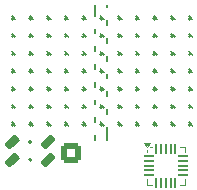
<source format=gbr>
%TF.GenerationSoftware,KiCad,Pcbnew,8.0.8*%
%TF.CreationDate,2025-02-26T00:32:30+01:00*%
%TF.ProjectId,matrixSAO,6d617472-6978-4534-914f-2e6b69636164,rev?*%
%TF.SameCoordinates,Original*%
%TF.FileFunction,Legend,Top*%
%TF.FilePolarity,Positive*%
%FSLAX46Y46*%
G04 Gerber Fmt 4.6, Leading zero omitted, Abs format (unit mm)*
G04 Created by KiCad (PCBNEW 8.0.8) date 2025-02-26 00:32:30*
%MOMM*%
%LPD*%
G01*
G04 APERTURE LIST*
G04 Aperture macros list*
%AMRoundRect*
0 Rectangle with rounded corners*
0 $1 Rounding radius*
0 $2 $3 $4 $5 $6 $7 $8 $9 X,Y pos of 4 corners*
0 Add a 4 corners polygon primitive as box body*
4,1,4,$2,$3,$4,$5,$6,$7,$8,$9,$2,$3,0*
0 Add four circle primitives for the rounded corners*
1,1,$1+$1,$2,$3*
1,1,$1+$1,$4,$5*
1,1,$1+$1,$6,$7*
1,1,$1+$1,$8,$9*
0 Add four rect primitives between the rounded corners*
20,1,$1+$1,$2,$3,$4,$5,0*
20,1,$1+$1,$4,$5,$6,$7,0*
20,1,$1+$1,$6,$7,$8,$9,0*
20,1,$1+$1,$8,$9,$2,$3,0*%
G04 Aperture macros list end*
%ADD10C,0.200000*%
%ADD11C,0.100000*%
%ADD12C,0.025000*%
%ADD13C,0.120000*%
%ADD14RoundRect,0.070000X-0.176777X-0.572756X0.572756X0.176777X0.176777X0.572756X-0.572756X-0.176777X0*%
%ADD15C,0.290000*%
%ADD16RoundRect,0.147500X-0.017678X0.226274X-0.226274X0.017678X0.017678X-0.226274X0.226274X-0.017678X0*%
%ADD17RoundRect,0.125000X-0.035355X0.212132X-0.212132X0.035355X0.035355X-0.212132X0.212132X-0.035355X0*%
%ADD18RoundRect,0.050000X-0.375000X-0.050000X0.375000X-0.050000X0.375000X0.050000X-0.375000X0.050000X0*%
%ADD19RoundRect,0.050000X-0.050000X-0.375000X0.050000X-0.375000X0.050000X0.375000X-0.050000X0.375000X0*%
%ADD20R,1.650000X1.650000*%
%ADD21RoundRect,0.250000X-0.600000X0.600000X-0.600000X-0.600000X0.600000X-0.600000X0.600000X0.600000X0*%
%ADD22C,1.700000*%
G04 APERTURE END LIST*
D10*
X78500000Y-126800000D02*
X78500000Y-125700000D01*
X78500000Y-120100000D02*
X78500000Y-119700000D01*
X78500000Y-121600000D02*
X78500000Y-121200000D01*
X77500000Y-116300000D02*
X77500000Y-115400000D01*
X78500000Y-118600000D02*
X78500000Y-118200000D01*
X77500000Y-122300000D02*
X77500000Y-121900000D01*
X78500000Y-115600000D02*
X78500000Y-115400000D01*
X77500000Y-117800000D02*
X77500000Y-117400000D01*
X77500000Y-123800000D02*
X77500000Y-123400000D01*
X77500000Y-126800000D02*
X77500000Y-126400000D01*
X78500000Y-123100000D02*
X78500000Y-122700000D01*
X78500000Y-124600000D02*
X78500000Y-124200000D01*
X78500000Y-117100000D02*
X78500000Y-116700000D01*
X77500000Y-119300000D02*
X77500000Y-118900000D01*
X77500000Y-120800000D02*
X77500000Y-120400000D01*
X77500000Y-125300000D02*
X77500000Y-124900000D01*
D11*
%TO.C,REF\u002A\u002A*%
X74030330Y-128323223D02*
X73323223Y-129030330D01*
X72969670Y-128676777D01*
X73676777Y-127969670D01*
X74030330Y-128323223D01*
G36*
X74030330Y-128323223D02*
G01*
X73323223Y-129030330D01*
X72969670Y-128676777D01*
X73676777Y-127969670D01*
X74030330Y-128323223D01*
G37*
X74030330Y-126823223D02*
X73323223Y-127530330D01*
X72969670Y-127176777D01*
X73676777Y-126469670D01*
X74030330Y-126823223D01*
G36*
X74030330Y-126823223D02*
G01*
X73323223Y-127530330D01*
X72969670Y-127176777D01*
X73676777Y-126469670D01*
X74030330Y-126823223D01*
G37*
X71030330Y-128323223D02*
X70323223Y-129030330D01*
X69969670Y-128676777D01*
X70676777Y-127969670D01*
X71030330Y-128323223D01*
G36*
X71030330Y-128323223D02*
G01*
X70323223Y-129030330D01*
X69969670Y-128676777D01*
X70676777Y-127969670D01*
X71030330Y-128323223D01*
G37*
X71030330Y-126823223D02*
X70323223Y-127530330D01*
X69969670Y-127176777D01*
X70676777Y-126469670D01*
X71030330Y-126823223D01*
G36*
X71030330Y-126823223D02*
G01*
X70323223Y-127530330D01*
X69969670Y-127176777D01*
X70676777Y-126469670D01*
X71030330Y-126823223D01*
G37*
D12*
%TO.C,D59*%
X76747487Y-119535355D02*
X76676777Y-119606066D01*
X76535355Y-119464645D01*
X76500000Y-119641421D01*
X76358579Y-119500000D01*
X76535355Y-119464645D01*
X76393934Y-119323223D01*
X76464645Y-119252513D01*
X76747487Y-119535355D01*
G36*
X76747487Y-119535355D02*
G01*
X76676777Y-119606066D01*
X76535355Y-119464645D01*
X76500000Y-119641421D01*
X76358579Y-119500000D01*
X76535355Y-119464645D01*
X76393934Y-119323223D01*
X76464645Y-119252513D01*
X76747487Y-119535355D01*
G37*
%TO.C,D45*%
X75247487Y-119535355D02*
X75176777Y-119606066D01*
X75035355Y-119464645D01*
X75000000Y-119641421D01*
X74858579Y-119500000D01*
X75035355Y-119464645D01*
X74893934Y-119323223D01*
X74964645Y-119252513D01*
X75247487Y-119535355D01*
G36*
X75247487Y-119535355D02*
G01*
X75176777Y-119606066D01*
X75035355Y-119464645D01*
X75000000Y-119641421D01*
X74858579Y-119500000D01*
X75035355Y-119464645D01*
X74893934Y-119323223D01*
X74964645Y-119252513D01*
X75247487Y-119535355D01*
G37*
%TO.C,D61*%
X76747487Y-122535355D02*
X76676777Y-122606066D01*
X76535355Y-122464645D01*
X76500000Y-122641421D01*
X76358579Y-122500000D01*
X76535355Y-122464645D01*
X76393934Y-122323223D01*
X76464645Y-122252513D01*
X76747487Y-122535355D01*
G36*
X76747487Y-122535355D02*
G01*
X76676777Y-122606066D01*
X76535355Y-122464645D01*
X76500000Y-122641421D01*
X76358579Y-122500000D01*
X76535355Y-122464645D01*
X76393934Y-122323223D01*
X76464645Y-122252513D01*
X76747487Y-122535355D01*
G37*
%TO.C,D129*%
X84247487Y-119535355D02*
X84176777Y-119606066D01*
X84035355Y-119464645D01*
X84000000Y-119641421D01*
X83858579Y-119500000D01*
X84035355Y-119464645D01*
X83893934Y-119323223D01*
X83964645Y-119252513D01*
X84247487Y-119535355D01*
G36*
X84247487Y-119535355D02*
G01*
X84176777Y-119606066D01*
X84035355Y-119464645D01*
X84000000Y-119641421D01*
X83858579Y-119500000D01*
X84035355Y-119464645D01*
X83893934Y-119323223D01*
X83964645Y-119252513D01*
X84247487Y-119535355D01*
G37*
%TO.C,D15*%
X72247487Y-116535355D02*
X72176777Y-116606066D01*
X72035355Y-116464645D01*
X72000000Y-116641421D01*
X71858579Y-116500000D01*
X72035355Y-116464645D01*
X71893934Y-116323223D01*
X71964645Y-116252513D01*
X72247487Y-116535355D01*
G36*
X72247487Y-116535355D02*
G01*
X72176777Y-116606066D01*
X72035355Y-116464645D01*
X72000000Y-116641421D01*
X71858579Y-116500000D01*
X72035355Y-116464645D01*
X71893934Y-116323223D01*
X71964645Y-116252513D01*
X72247487Y-116535355D01*
G37*
%TO.C,D33*%
X73747487Y-122535355D02*
X73676777Y-122606066D01*
X73535355Y-122464645D01*
X73500000Y-122641421D01*
X73358579Y-122500000D01*
X73535355Y-122464645D01*
X73393934Y-122323223D01*
X73464645Y-122252513D01*
X73747487Y-122535355D01*
G36*
X73747487Y-122535355D02*
G01*
X73676777Y-122606066D01*
X73535355Y-122464645D01*
X73500000Y-122641421D01*
X73358579Y-122500000D01*
X73535355Y-122464645D01*
X73393934Y-122323223D01*
X73464645Y-122252513D01*
X73747487Y-122535355D01*
G37*
%TO.C,D103*%
X81247487Y-122535355D02*
X81176777Y-122606066D01*
X81035355Y-122464645D01*
X81000000Y-122641421D01*
X80858579Y-122500000D01*
X81035355Y-122464645D01*
X80893934Y-122323223D01*
X80964645Y-122252513D01*
X81247487Y-122535355D01*
G36*
X81247487Y-122535355D02*
G01*
X81176777Y-122606066D01*
X81035355Y-122464645D01*
X81000000Y-122641421D01*
X80858579Y-122500000D01*
X81035355Y-122464645D01*
X80893934Y-122323223D01*
X80964645Y-122252513D01*
X81247487Y-122535355D01*
G37*
%TO.C,D99*%
X81247487Y-116535355D02*
X81176777Y-116606066D01*
X81035355Y-116464645D01*
X81000000Y-116641421D01*
X80858579Y-116500000D01*
X81035355Y-116464645D01*
X80893934Y-116323223D01*
X80964645Y-116252513D01*
X81247487Y-116535355D01*
G36*
X81247487Y-116535355D02*
G01*
X81176777Y-116606066D01*
X81035355Y-116464645D01*
X81000000Y-116641421D01*
X80858579Y-116500000D01*
X81035355Y-116464645D01*
X80893934Y-116323223D01*
X80964645Y-116252513D01*
X81247487Y-116535355D01*
G37*
%TO.C,D48*%
X75247487Y-124035355D02*
X75176777Y-124106066D01*
X75035355Y-123964645D01*
X75000000Y-124141421D01*
X74858579Y-124000000D01*
X75035355Y-123964645D01*
X74893934Y-123823223D01*
X74964645Y-123752513D01*
X75247487Y-124035355D01*
G36*
X75247487Y-124035355D02*
G01*
X75176777Y-124106066D01*
X75035355Y-123964645D01*
X75000000Y-124141421D01*
X74858579Y-124000000D01*
X75035355Y-123964645D01*
X74893934Y-123823223D01*
X74964645Y-123752513D01*
X75247487Y-124035355D01*
G37*
%TO.C,D91*%
X79747487Y-125535355D02*
X79676777Y-125606066D01*
X79535355Y-125464645D01*
X79500000Y-125641421D01*
X79358579Y-125500000D01*
X79535355Y-125464645D01*
X79393934Y-125323223D01*
X79464645Y-125252513D01*
X79747487Y-125535355D01*
G36*
X79747487Y-125535355D02*
G01*
X79676777Y-125606066D01*
X79535355Y-125464645D01*
X79500000Y-125641421D01*
X79358579Y-125500000D01*
X79535355Y-125464645D01*
X79393934Y-125323223D01*
X79464645Y-125252513D01*
X79747487Y-125535355D01*
G37*
%TO.C,D21*%
X72247487Y-125535355D02*
X72176777Y-125606066D01*
X72035355Y-125464645D01*
X72000000Y-125641421D01*
X71858579Y-125500000D01*
X72035355Y-125464645D01*
X71893934Y-125323223D01*
X71964645Y-125252513D01*
X72247487Y-125535355D01*
G36*
X72247487Y-125535355D02*
G01*
X72176777Y-125606066D01*
X72035355Y-125464645D01*
X72000000Y-125641421D01*
X71858579Y-125500000D01*
X72035355Y-125464645D01*
X71893934Y-125323223D01*
X71964645Y-125252513D01*
X72247487Y-125535355D01*
G37*
%TO.C,D102*%
X81247487Y-121035355D02*
X81176777Y-121106066D01*
X81035355Y-120964645D01*
X81000000Y-121141421D01*
X80858579Y-121000000D01*
X81035355Y-120964645D01*
X80893934Y-120823223D01*
X80964645Y-120752513D01*
X81247487Y-121035355D01*
G36*
X81247487Y-121035355D02*
G01*
X81176777Y-121106066D01*
X81035355Y-120964645D01*
X81000000Y-121141421D01*
X80858579Y-121000000D01*
X81035355Y-120964645D01*
X80893934Y-120823223D01*
X80964645Y-120752513D01*
X81247487Y-121035355D01*
G37*
%TO.C,D113*%
X82747487Y-116535355D02*
X82676777Y-116606066D01*
X82535355Y-116464645D01*
X82500000Y-116641421D01*
X82358579Y-116500000D01*
X82535355Y-116464645D01*
X82393934Y-116323223D01*
X82464645Y-116252513D01*
X82747487Y-116535355D01*
G36*
X82747487Y-116535355D02*
G01*
X82676777Y-116606066D01*
X82535355Y-116464645D01*
X82500000Y-116641421D01*
X82358579Y-116500000D01*
X82535355Y-116464645D01*
X82393934Y-116323223D01*
X82464645Y-116252513D01*
X82747487Y-116535355D01*
G37*
%TO.C,D3*%
X70747487Y-119535355D02*
X70676777Y-119606066D01*
X70535355Y-119464645D01*
X70500000Y-119641421D01*
X70358579Y-119500000D01*
X70535355Y-119464645D01*
X70393934Y-119323223D01*
X70464645Y-119252513D01*
X70747487Y-119535355D01*
G36*
X70747487Y-119535355D02*
G01*
X70676777Y-119606066D01*
X70535355Y-119464645D01*
X70500000Y-119641421D01*
X70358579Y-119500000D01*
X70535355Y-119464645D01*
X70393934Y-119323223D01*
X70464645Y-119252513D01*
X70747487Y-119535355D01*
G37*
%TO.C,D20*%
X72247487Y-124035355D02*
X72176777Y-124106066D01*
X72035355Y-123964645D01*
X72000000Y-124141421D01*
X71858579Y-124000000D01*
X72035355Y-123964645D01*
X71893934Y-123823223D01*
X71964645Y-123752513D01*
X72247487Y-124035355D01*
G36*
X72247487Y-124035355D02*
G01*
X72176777Y-124106066D01*
X72035355Y-123964645D01*
X72000000Y-124141421D01*
X71858579Y-124000000D01*
X72035355Y-123964645D01*
X71893934Y-123823223D01*
X71964645Y-123752513D01*
X72247487Y-124035355D01*
G37*
%TO.C,D145*%
X85747487Y-122535355D02*
X85676777Y-122606066D01*
X85535355Y-122464645D01*
X85500000Y-122641421D01*
X85358579Y-122500000D01*
X85535355Y-122464645D01*
X85393934Y-122323223D01*
X85464645Y-122252513D01*
X85747487Y-122535355D01*
G36*
X85747487Y-122535355D02*
G01*
X85676777Y-122606066D01*
X85535355Y-122464645D01*
X85500000Y-122641421D01*
X85358579Y-122500000D01*
X85535355Y-122464645D01*
X85393934Y-122323223D01*
X85464645Y-122252513D01*
X85747487Y-122535355D01*
G37*
%TO.C,D44*%
X75247487Y-118035355D02*
X75176777Y-118106066D01*
X75035355Y-117964645D01*
X75000000Y-118141421D01*
X74858579Y-118000000D01*
X75035355Y-117964645D01*
X74893934Y-117823223D01*
X74964645Y-117752513D01*
X75247487Y-118035355D01*
G36*
X75247487Y-118035355D02*
G01*
X75176777Y-118106066D01*
X75035355Y-117964645D01*
X75000000Y-118141421D01*
X74858579Y-118000000D01*
X75035355Y-117964645D01*
X74893934Y-117823223D01*
X74964645Y-117752513D01*
X75247487Y-118035355D01*
G37*
%TO.C,D100*%
X81247487Y-118035355D02*
X81176777Y-118106066D01*
X81035355Y-117964645D01*
X81000000Y-118141421D01*
X80858579Y-118000000D01*
X81035355Y-117964645D01*
X80893934Y-117823223D01*
X80964645Y-117752513D01*
X81247487Y-118035355D01*
G36*
X81247487Y-118035355D02*
G01*
X81176777Y-118106066D01*
X81035355Y-117964645D01*
X81000000Y-118141421D01*
X80858579Y-118000000D01*
X81035355Y-117964645D01*
X80893934Y-117823223D01*
X80964645Y-117752513D01*
X81247487Y-118035355D01*
G37*
%TO.C,D29*%
X73747487Y-116535355D02*
X73676777Y-116606066D01*
X73535355Y-116464645D01*
X73500000Y-116641421D01*
X73358579Y-116500000D01*
X73535355Y-116464645D01*
X73393934Y-116323223D01*
X73464645Y-116252513D01*
X73747487Y-116535355D01*
G36*
X73747487Y-116535355D02*
G01*
X73676777Y-116606066D01*
X73535355Y-116464645D01*
X73500000Y-116641421D01*
X73358579Y-116500000D01*
X73535355Y-116464645D01*
X73393934Y-116323223D01*
X73464645Y-116252513D01*
X73747487Y-116535355D01*
G37*
%TO.C,D141*%
X85747487Y-116535355D02*
X85676777Y-116606066D01*
X85535355Y-116464645D01*
X85500000Y-116641421D01*
X85358579Y-116500000D01*
X85535355Y-116464645D01*
X85393934Y-116323223D01*
X85464645Y-116252513D01*
X85747487Y-116535355D01*
G36*
X85747487Y-116535355D02*
G01*
X85676777Y-116606066D01*
X85535355Y-116464645D01*
X85500000Y-116641421D01*
X85358579Y-116500000D01*
X85535355Y-116464645D01*
X85393934Y-116323223D01*
X85464645Y-116252513D01*
X85747487Y-116535355D01*
G37*
%TO.C,D77*%
X78247487Y-125535355D02*
X78176777Y-125606066D01*
X78035355Y-125464645D01*
X78000000Y-125641421D01*
X77858579Y-125500000D01*
X78035355Y-125464645D01*
X77893934Y-125323223D01*
X77964645Y-125252513D01*
X78247487Y-125535355D01*
G36*
X78247487Y-125535355D02*
G01*
X78176777Y-125606066D01*
X78035355Y-125464645D01*
X78000000Y-125641421D01*
X77858579Y-125500000D01*
X78035355Y-125464645D01*
X77893934Y-125323223D01*
X77964645Y-125252513D01*
X78247487Y-125535355D01*
G37*
%TO.C,D63*%
X76747487Y-125535355D02*
X76676777Y-125606066D01*
X76535355Y-125464645D01*
X76500000Y-125641421D01*
X76358579Y-125500000D01*
X76535355Y-125464645D01*
X76393934Y-125323223D01*
X76464645Y-125252513D01*
X76747487Y-125535355D01*
G36*
X76747487Y-125535355D02*
G01*
X76676777Y-125606066D01*
X76535355Y-125464645D01*
X76500000Y-125641421D01*
X76358579Y-125500000D01*
X76535355Y-125464645D01*
X76393934Y-125323223D01*
X76464645Y-125252513D01*
X76747487Y-125535355D01*
G37*
%TO.C,D87*%
X79747487Y-119535355D02*
X79676777Y-119606066D01*
X79535355Y-119464645D01*
X79500000Y-119641421D01*
X79358579Y-119500000D01*
X79535355Y-119464645D01*
X79393934Y-119323223D01*
X79464645Y-119252513D01*
X79747487Y-119535355D01*
G36*
X79747487Y-119535355D02*
G01*
X79676777Y-119606066D01*
X79535355Y-119464645D01*
X79500000Y-119641421D01*
X79358579Y-119500000D01*
X79535355Y-119464645D01*
X79393934Y-119323223D01*
X79464645Y-119252513D01*
X79747487Y-119535355D01*
G37*
%TO.C,D46*%
X75247487Y-121035355D02*
X75176777Y-121106066D01*
X75035355Y-120964645D01*
X75000000Y-121141421D01*
X74858579Y-121000000D01*
X75035355Y-120964645D01*
X74893934Y-120823223D01*
X74964645Y-120752513D01*
X75247487Y-121035355D01*
G36*
X75247487Y-121035355D02*
G01*
X75176777Y-121106066D01*
X75035355Y-120964645D01*
X75000000Y-121141421D01*
X74858579Y-121000000D01*
X75035355Y-120964645D01*
X74893934Y-120823223D01*
X74964645Y-120752513D01*
X75247487Y-121035355D01*
G37*
%TO.C,D104*%
X81247487Y-124035355D02*
X81176777Y-124106066D01*
X81035355Y-123964645D01*
X81000000Y-124141421D01*
X80858579Y-124000000D01*
X81035355Y-123964645D01*
X80893934Y-123823223D01*
X80964645Y-123752513D01*
X81247487Y-124035355D01*
G36*
X81247487Y-124035355D02*
G01*
X81176777Y-124106066D01*
X81035355Y-123964645D01*
X81000000Y-124141421D01*
X80858579Y-124000000D01*
X81035355Y-123964645D01*
X80893934Y-123823223D01*
X80964645Y-123752513D01*
X81247487Y-124035355D01*
G37*
%TO.C,D76*%
X78247487Y-124035355D02*
X78176777Y-124106066D01*
X78035355Y-123964645D01*
X78000000Y-124141421D01*
X77858579Y-124000000D01*
X78035355Y-123964645D01*
X77893934Y-123823223D01*
X77964645Y-123752513D01*
X78247487Y-124035355D01*
G36*
X78247487Y-124035355D02*
G01*
X78176777Y-124106066D01*
X78035355Y-123964645D01*
X78000000Y-124141421D01*
X77858579Y-124000000D01*
X78035355Y-123964645D01*
X77893934Y-123823223D01*
X77964645Y-123752513D01*
X78247487Y-124035355D01*
G37*
%TO.C,D72*%
X78247487Y-118035355D02*
X78176777Y-118106066D01*
X78035355Y-117964645D01*
X78000000Y-118141421D01*
X77858579Y-118000000D01*
X78035355Y-117964645D01*
X77893934Y-117823223D01*
X77964645Y-117752513D01*
X78247487Y-118035355D01*
G36*
X78247487Y-118035355D02*
G01*
X78176777Y-118106066D01*
X78035355Y-117964645D01*
X78000000Y-118141421D01*
X77858579Y-118000000D01*
X78035355Y-117964645D01*
X77893934Y-117823223D01*
X77964645Y-117752513D01*
X78247487Y-118035355D01*
G37*
%TO.C,D34*%
X73747487Y-124035355D02*
X73676777Y-124106066D01*
X73535355Y-123964645D01*
X73500000Y-124141421D01*
X73358579Y-124000000D01*
X73535355Y-123964645D01*
X73393934Y-123823223D01*
X73464645Y-123752513D01*
X73747487Y-124035355D01*
G36*
X73747487Y-124035355D02*
G01*
X73676777Y-124106066D01*
X73535355Y-123964645D01*
X73500000Y-124141421D01*
X73358579Y-124000000D01*
X73535355Y-123964645D01*
X73393934Y-123823223D01*
X73464645Y-123752513D01*
X73747487Y-124035355D01*
G37*
%TO.C,D89*%
X79747487Y-122535355D02*
X79676777Y-122606066D01*
X79535355Y-122464645D01*
X79500000Y-122641421D01*
X79358579Y-122500000D01*
X79535355Y-122464645D01*
X79393934Y-122323223D01*
X79464645Y-122252513D01*
X79747487Y-122535355D01*
G36*
X79747487Y-122535355D02*
G01*
X79676777Y-122606066D01*
X79535355Y-122464645D01*
X79500000Y-122641421D01*
X79358579Y-122500000D01*
X79535355Y-122464645D01*
X79393934Y-122323223D01*
X79464645Y-122252513D01*
X79747487Y-122535355D01*
G37*
%TO.C,D19*%
X72247487Y-122535355D02*
X72176777Y-122606066D01*
X72035355Y-122464645D01*
X72000000Y-122641421D01*
X71858579Y-122500000D01*
X72035355Y-122464645D01*
X71893934Y-122323223D01*
X71964645Y-122252513D01*
X72247487Y-122535355D01*
G36*
X72247487Y-122535355D02*
G01*
X72176777Y-122606066D01*
X72035355Y-122464645D01*
X72000000Y-122641421D01*
X71858579Y-122500000D01*
X72035355Y-122464645D01*
X71893934Y-122323223D01*
X71964645Y-122252513D01*
X72247487Y-122535355D01*
G37*
%TO.C,D146*%
X85747487Y-124035355D02*
X85676777Y-124106066D01*
X85535355Y-123964645D01*
X85500000Y-124141421D01*
X85358579Y-124000000D01*
X85535355Y-123964645D01*
X85393934Y-123823223D01*
X85464645Y-123752513D01*
X85747487Y-124035355D01*
G36*
X85747487Y-124035355D02*
G01*
X85676777Y-124106066D01*
X85535355Y-123964645D01*
X85500000Y-124141421D01*
X85358579Y-124000000D01*
X85535355Y-123964645D01*
X85393934Y-123823223D01*
X85464645Y-123752513D01*
X85747487Y-124035355D01*
G37*
%TO.C,D4*%
X70747487Y-121035355D02*
X70676777Y-121106066D01*
X70535355Y-120964645D01*
X70500000Y-121141421D01*
X70358579Y-121000000D01*
X70535355Y-120964645D01*
X70393934Y-120823223D01*
X70464645Y-120752513D01*
X70747487Y-121035355D01*
G36*
X70747487Y-121035355D02*
G01*
X70676777Y-121106066D01*
X70535355Y-120964645D01*
X70500000Y-121141421D01*
X70358579Y-121000000D01*
X70535355Y-120964645D01*
X70393934Y-120823223D01*
X70464645Y-120752513D01*
X70747487Y-121035355D01*
G37*
%TO.C,D43*%
X75247487Y-116535355D02*
X75176777Y-116606066D01*
X75035355Y-116464645D01*
X75000000Y-116641421D01*
X74858579Y-116500000D01*
X75035355Y-116464645D01*
X74893934Y-116323223D01*
X74964645Y-116252513D01*
X75247487Y-116535355D01*
G36*
X75247487Y-116535355D02*
G01*
X75176777Y-116606066D01*
X75035355Y-116464645D01*
X75000000Y-116641421D01*
X74858579Y-116500000D01*
X75035355Y-116464645D01*
X74893934Y-116323223D01*
X74964645Y-116252513D01*
X75247487Y-116535355D01*
G37*
%TO.C,D132*%
X84247487Y-124035355D02*
X84176777Y-124106066D01*
X84035355Y-123964645D01*
X84000000Y-124141421D01*
X83858579Y-124000000D01*
X84035355Y-123964645D01*
X83893934Y-123823223D01*
X83964645Y-123752513D01*
X84247487Y-124035355D01*
G36*
X84247487Y-124035355D02*
G01*
X84176777Y-124106066D01*
X84035355Y-123964645D01*
X84000000Y-124141421D01*
X83858579Y-124000000D01*
X84035355Y-123964645D01*
X83893934Y-123823223D01*
X83964645Y-123752513D01*
X84247487Y-124035355D01*
G37*
%TO.C,D6*%
X70747487Y-124035355D02*
X70676777Y-124106066D01*
X70535355Y-123964645D01*
X70500000Y-124141421D01*
X70358579Y-124000000D01*
X70535355Y-123964645D01*
X70393934Y-123823223D01*
X70464645Y-123752513D01*
X70747487Y-124035355D01*
G36*
X70747487Y-124035355D02*
G01*
X70676777Y-124106066D01*
X70535355Y-123964645D01*
X70500000Y-124141421D01*
X70358579Y-124000000D01*
X70535355Y-123964645D01*
X70393934Y-123823223D01*
X70464645Y-123752513D01*
X70747487Y-124035355D01*
G37*
%TO.C,D133*%
X84247487Y-125535355D02*
X84176777Y-125606066D01*
X84035355Y-125464645D01*
X84000000Y-125641421D01*
X83858579Y-125500000D01*
X84035355Y-125464645D01*
X83893934Y-125323223D01*
X83964645Y-125252513D01*
X84247487Y-125535355D01*
G36*
X84247487Y-125535355D02*
G01*
X84176777Y-125606066D01*
X84035355Y-125464645D01*
X84000000Y-125641421D01*
X83858579Y-125500000D01*
X84035355Y-125464645D01*
X83893934Y-125323223D01*
X83964645Y-125252513D01*
X84247487Y-125535355D01*
G37*
%TO.C,D49*%
X75247487Y-125535355D02*
X75176777Y-125606066D01*
X75035355Y-125464645D01*
X75000000Y-125641421D01*
X74858579Y-125500000D01*
X75035355Y-125464645D01*
X74893934Y-125323223D01*
X74964645Y-125252513D01*
X75247487Y-125535355D01*
G36*
X75247487Y-125535355D02*
G01*
X75176777Y-125606066D01*
X75035355Y-125464645D01*
X75000000Y-125641421D01*
X74858579Y-125500000D01*
X75035355Y-125464645D01*
X74893934Y-125323223D01*
X74964645Y-125252513D01*
X75247487Y-125535355D01*
G37*
%TO.C,D62*%
X76747487Y-124035355D02*
X76676777Y-124106066D01*
X76535355Y-123964645D01*
X76500000Y-124141421D01*
X76358579Y-124000000D01*
X76535355Y-123964645D01*
X76393934Y-123823223D01*
X76464645Y-123752513D01*
X76747487Y-124035355D01*
G36*
X76747487Y-124035355D02*
G01*
X76676777Y-124106066D01*
X76535355Y-123964645D01*
X76500000Y-124141421D01*
X76358579Y-124000000D01*
X76535355Y-123964645D01*
X76393934Y-123823223D01*
X76464645Y-123752513D01*
X76747487Y-124035355D01*
G37*
%TO.C,D30*%
X73747487Y-118035355D02*
X73676777Y-118106066D01*
X73535355Y-117964645D01*
X73500000Y-118141421D01*
X73358579Y-118000000D01*
X73535355Y-117964645D01*
X73393934Y-117823223D01*
X73464645Y-117752513D01*
X73747487Y-118035355D01*
G36*
X73747487Y-118035355D02*
G01*
X73676777Y-118106066D01*
X73535355Y-117964645D01*
X73500000Y-118141421D01*
X73358579Y-118000000D01*
X73535355Y-117964645D01*
X73393934Y-117823223D01*
X73464645Y-117752513D01*
X73747487Y-118035355D01*
G37*
%TO.C,D7*%
X70747487Y-125535355D02*
X70676777Y-125606066D01*
X70535355Y-125464645D01*
X70500000Y-125641421D01*
X70358579Y-125500000D01*
X70535355Y-125464645D01*
X70393934Y-125323223D01*
X70464645Y-125252513D01*
X70747487Y-125535355D01*
G36*
X70747487Y-125535355D02*
G01*
X70676777Y-125606066D01*
X70535355Y-125464645D01*
X70500000Y-125641421D01*
X70358579Y-125500000D01*
X70535355Y-125464645D01*
X70393934Y-125323223D01*
X70464645Y-125252513D01*
X70747487Y-125535355D01*
G37*
%TO.C,D16*%
X72247487Y-118035355D02*
X72176777Y-118106066D01*
X72035355Y-117964645D01*
X72000000Y-118141421D01*
X71858579Y-118000000D01*
X72035355Y-117964645D01*
X71893934Y-117823223D01*
X71964645Y-117752513D01*
X72247487Y-118035355D01*
G36*
X72247487Y-118035355D02*
G01*
X72176777Y-118106066D01*
X72035355Y-117964645D01*
X72000000Y-118141421D01*
X71858579Y-118000000D01*
X72035355Y-117964645D01*
X71893934Y-117823223D01*
X71964645Y-117752513D01*
X72247487Y-118035355D01*
G37*
%TO.C,D88*%
X79747487Y-121035355D02*
X79676777Y-121106066D01*
X79535355Y-120964645D01*
X79500000Y-121141421D01*
X79358579Y-121000000D01*
X79535355Y-120964645D01*
X79393934Y-120823223D01*
X79464645Y-120752513D01*
X79747487Y-121035355D01*
G36*
X79747487Y-121035355D02*
G01*
X79676777Y-121106066D01*
X79535355Y-120964645D01*
X79500000Y-121141421D01*
X79358579Y-121000000D01*
X79535355Y-120964645D01*
X79393934Y-120823223D01*
X79464645Y-120752513D01*
X79747487Y-121035355D01*
G37*
%TO.C,D144*%
X85747487Y-121035355D02*
X85676777Y-121106066D01*
X85535355Y-120964645D01*
X85500000Y-121141421D01*
X85358579Y-121000000D01*
X85535355Y-120964645D01*
X85393934Y-120823223D01*
X85464645Y-120752513D01*
X85747487Y-121035355D01*
G36*
X85747487Y-121035355D02*
G01*
X85676777Y-121106066D01*
X85535355Y-120964645D01*
X85500000Y-121141421D01*
X85358579Y-121000000D01*
X85535355Y-120964645D01*
X85393934Y-120823223D01*
X85464645Y-120752513D01*
X85747487Y-121035355D01*
G37*
D10*
%TO.C,C1*%
X72100000Y-128500000D02*
G75*
G02*
X71900000Y-128500000I-100000J0D01*
G01*
X71900000Y-128500000D02*
G75*
G02*
X72100000Y-128500000I100000J0D01*
G01*
D12*
%TO.C,D1*%
X70747487Y-116535355D02*
X70676777Y-116606066D01*
X70535355Y-116464645D01*
X70500000Y-116641421D01*
X70358579Y-116500000D01*
X70535355Y-116464645D01*
X70393934Y-116323223D01*
X70464645Y-116252513D01*
X70747487Y-116535355D01*
G36*
X70747487Y-116535355D02*
G01*
X70676777Y-116606066D01*
X70535355Y-116464645D01*
X70500000Y-116641421D01*
X70358579Y-116500000D01*
X70535355Y-116464645D01*
X70393934Y-116323223D01*
X70464645Y-116252513D01*
X70747487Y-116535355D01*
G37*
%TO.C,D118*%
X82747487Y-124035355D02*
X82676777Y-124106066D01*
X82535355Y-123964645D01*
X82500000Y-124141421D01*
X82358579Y-124000000D01*
X82535355Y-123964645D01*
X82393934Y-123823223D01*
X82464645Y-123752513D01*
X82747487Y-124035355D01*
G36*
X82747487Y-124035355D02*
G01*
X82676777Y-124106066D01*
X82535355Y-123964645D01*
X82500000Y-124141421D01*
X82358579Y-124000000D01*
X82535355Y-123964645D01*
X82393934Y-123823223D01*
X82464645Y-123752513D01*
X82747487Y-124035355D01*
G37*
%TO.C,D47*%
X75247487Y-122535355D02*
X75176777Y-122606066D01*
X75035355Y-122464645D01*
X75000000Y-122641421D01*
X74858579Y-122500000D01*
X75035355Y-122464645D01*
X74893934Y-122323223D01*
X74964645Y-122252513D01*
X75247487Y-122535355D01*
G36*
X75247487Y-122535355D02*
G01*
X75176777Y-122606066D01*
X75035355Y-122464645D01*
X75000000Y-122641421D01*
X74858579Y-122500000D01*
X75035355Y-122464645D01*
X74893934Y-122323223D01*
X74964645Y-122252513D01*
X75247487Y-122535355D01*
G37*
%TO.C,D116*%
X82747487Y-121035355D02*
X82676777Y-121106066D01*
X82535355Y-120964645D01*
X82500000Y-121141421D01*
X82358579Y-121000000D01*
X82535355Y-120964645D01*
X82393934Y-120823223D01*
X82464645Y-120752513D01*
X82747487Y-121035355D01*
G36*
X82747487Y-121035355D02*
G01*
X82676777Y-121106066D01*
X82535355Y-120964645D01*
X82500000Y-121141421D01*
X82358579Y-121000000D01*
X82535355Y-120964645D01*
X82393934Y-120823223D01*
X82464645Y-120752513D01*
X82747487Y-121035355D01*
G37*
%TO.C,D17*%
X72247487Y-119535355D02*
X72176777Y-119606066D01*
X72035355Y-119464645D01*
X72000000Y-119641421D01*
X71858579Y-119500000D01*
X72035355Y-119464645D01*
X71893934Y-119323223D01*
X71964645Y-119252513D01*
X72247487Y-119535355D01*
G36*
X72247487Y-119535355D02*
G01*
X72176777Y-119606066D01*
X72035355Y-119464645D01*
X72000000Y-119641421D01*
X71858579Y-119500000D01*
X72035355Y-119464645D01*
X71893934Y-119323223D01*
X71964645Y-119252513D01*
X72247487Y-119535355D01*
G37*
%TO.C,D130*%
X84247487Y-121035355D02*
X84176777Y-121106066D01*
X84035355Y-120964645D01*
X84000000Y-121141421D01*
X83858579Y-121000000D01*
X84035355Y-120964645D01*
X83893934Y-120823223D01*
X83964645Y-120752513D01*
X84247487Y-121035355D01*
G36*
X84247487Y-121035355D02*
G01*
X84176777Y-121106066D01*
X84035355Y-120964645D01*
X84000000Y-121141421D01*
X83858579Y-121000000D01*
X84035355Y-120964645D01*
X83893934Y-120823223D01*
X83964645Y-120752513D01*
X84247487Y-121035355D01*
G37*
%TO.C,D117*%
X82747487Y-122535355D02*
X82676777Y-122606066D01*
X82535355Y-122464645D01*
X82500000Y-122641421D01*
X82358579Y-122500000D01*
X82535355Y-122464645D01*
X82393934Y-122323223D01*
X82464645Y-122252513D01*
X82747487Y-122535355D01*
G36*
X82747487Y-122535355D02*
G01*
X82676777Y-122606066D01*
X82535355Y-122464645D01*
X82500000Y-122641421D01*
X82358579Y-122500000D01*
X82535355Y-122464645D01*
X82393934Y-122323223D01*
X82464645Y-122252513D01*
X82747487Y-122535355D01*
G37*
%TO.C,D115*%
X82747487Y-119535355D02*
X82676777Y-119606066D01*
X82535355Y-119464645D01*
X82500000Y-119641421D01*
X82358579Y-119500000D01*
X82535355Y-119464645D01*
X82393934Y-119323223D01*
X82464645Y-119252513D01*
X82747487Y-119535355D01*
G36*
X82747487Y-119535355D02*
G01*
X82676777Y-119606066D01*
X82535355Y-119464645D01*
X82500000Y-119641421D01*
X82358579Y-119500000D01*
X82535355Y-119464645D01*
X82393934Y-119323223D01*
X82464645Y-119252513D01*
X82747487Y-119535355D01*
G37*
%TO.C,D18*%
X72247487Y-121035355D02*
X72176777Y-121106066D01*
X72035355Y-120964645D01*
X72000000Y-121141421D01*
X71858579Y-121000000D01*
X72035355Y-120964645D01*
X71893934Y-120823223D01*
X71964645Y-120752513D01*
X72247487Y-121035355D01*
G36*
X72247487Y-121035355D02*
G01*
X72176777Y-121106066D01*
X72035355Y-120964645D01*
X72000000Y-121141421D01*
X71858579Y-121000000D01*
X72035355Y-120964645D01*
X71893934Y-120823223D01*
X71964645Y-120752513D01*
X72247487Y-121035355D01*
G37*
%TO.C,D32*%
X73747487Y-121035355D02*
X73676777Y-121106066D01*
X73535355Y-120964645D01*
X73500000Y-121141421D01*
X73358579Y-121000000D01*
X73535355Y-120964645D01*
X73393934Y-120823223D01*
X73464645Y-120752513D01*
X73747487Y-121035355D01*
G36*
X73747487Y-121035355D02*
G01*
X73676777Y-121106066D01*
X73535355Y-120964645D01*
X73500000Y-121141421D01*
X73358579Y-121000000D01*
X73535355Y-120964645D01*
X73393934Y-120823223D01*
X73464645Y-120752513D01*
X73747487Y-121035355D01*
G37*
%TO.C,D101*%
X81247487Y-119535355D02*
X81176777Y-119606066D01*
X81035355Y-119464645D01*
X81000000Y-119641421D01*
X80858579Y-119500000D01*
X81035355Y-119464645D01*
X80893934Y-119323223D01*
X80964645Y-119252513D01*
X81247487Y-119535355D01*
G36*
X81247487Y-119535355D02*
G01*
X81176777Y-119606066D01*
X81035355Y-119464645D01*
X81000000Y-119641421D01*
X80858579Y-119500000D01*
X81035355Y-119464645D01*
X80893934Y-119323223D01*
X80964645Y-119252513D01*
X81247487Y-119535355D01*
G37*
%TO.C,D119*%
X82747487Y-125535355D02*
X82676777Y-125606066D01*
X82535355Y-125464645D01*
X82500000Y-125641421D01*
X82358579Y-125500000D01*
X82535355Y-125464645D01*
X82393934Y-125323223D01*
X82464645Y-125252513D01*
X82747487Y-125535355D01*
G36*
X82747487Y-125535355D02*
G01*
X82676777Y-125606066D01*
X82535355Y-125464645D01*
X82500000Y-125641421D01*
X82358579Y-125500000D01*
X82535355Y-125464645D01*
X82393934Y-125323223D01*
X82464645Y-125252513D01*
X82747487Y-125535355D01*
G37*
%TO.C,D86*%
X79747487Y-118035355D02*
X79676777Y-118106066D01*
X79535355Y-117964645D01*
X79500000Y-118141421D01*
X79358579Y-118000000D01*
X79535355Y-117964645D01*
X79393934Y-117823223D01*
X79464645Y-117752513D01*
X79747487Y-118035355D01*
G36*
X79747487Y-118035355D02*
G01*
X79676777Y-118106066D01*
X79535355Y-117964645D01*
X79500000Y-118141421D01*
X79358579Y-118000000D01*
X79535355Y-117964645D01*
X79393934Y-117823223D01*
X79464645Y-117752513D01*
X79747487Y-118035355D01*
G37*
%TO.C,D90*%
X79747487Y-124035355D02*
X79676777Y-124106066D01*
X79535355Y-123964645D01*
X79500000Y-124141421D01*
X79358579Y-124000000D01*
X79535355Y-123964645D01*
X79393934Y-123823223D01*
X79464645Y-123752513D01*
X79747487Y-124035355D01*
G36*
X79747487Y-124035355D02*
G01*
X79676777Y-124106066D01*
X79535355Y-123964645D01*
X79500000Y-124141421D01*
X79358579Y-124000000D01*
X79535355Y-123964645D01*
X79393934Y-123823223D01*
X79464645Y-123752513D01*
X79747487Y-124035355D01*
G37*
%TO.C,D143*%
X85747487Y-119535355D02*
X85676777Y-119606066D01*
X85535355Y-119464645D01*
X85500000Y-119641421D01*
X85358579Y-119500000D01*
X85535355Y-119464645D01*
X85393934Y-119323223D01*
X85464645Y-119252513D01*
X85747487Y-119535355D01*
G36*
X85747487Y-119535355D02*
G01*
X85676777Y-119606066D01*
X85535355Y-119464645D01*
X85500000Y-119641421D01*
X85358579Y-119500000D01*
X85535355Y-119464645D01*
X85393934Y-119323223D01*
X85464645Y-119252513D01*
X85747487Y-119535355D01*
G37*
%TO.C,D75*%
X78247487Y-122535355D02*
X78176777Y-122606066D01*
X78035355Y-122464645D01*
X78000000Y-122641421D01*
X77858579Y-122500000D01*
X78035355Y-122464645D01*
X77893934Y-122323223D01*
X77964645Y-122252513D01*
X78247487Y-122535355D01*
G36*
X78247487Y-122535355D02*
G01*
X78176777Y-122606066D01*
X78035355Y-122464645D01*
X78000000Y-122641421D01*
X77858579Y-122500000D01*
X78035355Y-122464645D01*
X77893934Y-122323223D01*
X77964645Y-122252513D01*
X78247487Y-122535355D01*
G37*
%TO.C,D57*%
X76747487Y-116535355D02*
X76676777Y-116606066D01*
X76535355Y-116464645D01*
X76500000Y-116641421D01*
X76358579Y-116500000D01*
X76535355Y-116464645D01*
X76393934Y-116323223D01*
X76464645Y-116252513D01*
X76747487Y-116535355D01*
G36*
X76747487Y-116535355D02*
G01*
X76676777Y-116606066D01*
X76535355Y-116464645D01*
X76500000Y-116641421D01*
X76358579Y-116500000D01*
X76535355Y-116464645D01*
X76393934Y-116323223D01*
X76464645Y-116252513D01*
X76747487Y-116535355D01*
G37*
D13*
%TO.C,U1*%
X81890000Y-127840000D02*
X81890000Y-127630000D01*
X81890000Y-130610000D02*
X81890000Y-130160000D01*
X82340000Y-127390000D02*
X82190000Y-127390000D01*
X82340000Y-130610000D02*
X81890000Y-130610000D01*
X84660000Y-127390000D02*
X85110000Y-127390000D01*
X84660000Y-130610000D02*
X85110000Y-130610000D01*
X85110000Y-127390000D02*
X85110000Y-127840000D01*
X85110000Y-130610000D02*
X85110000Y-130160000D01*
X81890000Y-127390000D02*
X81650000Y-127060000D01*
X82130000Y-127060000D01*
X81890000Y-127390000D01*
G36*
X81890000Y-127390000D02*
G01*
X81650000Y-127060000D01*
X82130000Y-127060000D01*
X81890000Y-127390000D01*
G37*
D12*
%TO.C,D31*%
X73747487Y-119535355D02*
X73676777Y-119606066D01*
X73535355Y-119464645D01*
X73500000Y-119641421D01*
X73358579Y-119500000D01*
X73535355Y-119464645D01*
X73393934Y-119323223D01*
X73464645Y-119252513D01*
X73747487Y-119535355D01*
G36*
X73747487Y-119535355D02*
G01*
X73676777Y-119606066D01*
X73535355Y-119464645D01*
X73500000Y-119641421D01*
X73358579Y-119500000D01*
X73535355Y-119464645D01*
X73393934Y-119323223D01*
X73464645Y-119252513D01*
X73747487Y-119535355D01*
G37*
%TO.C,D58*%
X76747487Y-118035355D02*
X76676777Y-118106066D01*
X76535355Y-117964645D01*
X76500000Y-118141421D01*
X76358579Y-118000000D01*
X76535355Y-117964645D01*
X76393934Y-117823223D01*
X76464645Y-117752513D01*
X76747487Y-118035355D01*
G36*
X76747487Y-118035355D02*
G01*
X76676777Y-118106066D01*
X76535355Y-117964645D01*
X76500000Y-118141421D01*
X76358579Y-118000000D01*
X76535355Y-117964645D01*
X76393934Y-117823223D01*
X76464645Y-117752513D01*
X76747487Y-118035355D01*
G37*
%TO.C,D5*%
X70747487Y-122535355D02*
X70676777Y-122606066D01*
X70535355Y-122464645D01*
X70500000Y-122641421D01*
X70358579Y-122500000D01*
X70535355Y-122464645D01*
X70393934Y-122323223D01*
X70464645Y-122252513D01*
X70747487Y-122535355D01*
G36*
X70747487Y-122535355D02*
G01*
X70676777Y-122606066D01*
X70535355Y-122464645D01*
X70500000Y-122641421D01*
X70358579Y-122500000D01*
X70535355Y-122464645D01*
X70393934Y-122323223D01*
X70464645Y-122252513D01*
X70747487Y-122535355D01*
G37*
%TO.C,D114*%
X82747487Y-118035355D02*
X82676777Y-118106066D01*
X82535355Y-117964645D01*
X82500000Y-118141421D01*
X82358579Y-118000000D01*
X82535355Y-117964645D01*
X82393934Y-117823223D01*
X82464645Y-117752513D01*
X82747487Y-118035355D01*
G36*
X82747487Y-118035355D02*
G01*
X82676777Y-118106066D01*
X82535355Y-117964645D01*
X82500000Y-118141421D01*
X82358579Y-118000000D01*
X82535355Y-117964645D01*
X82393934Y-117823223D01*
X82464645Y-117752513D01*
X82747487Y-118035355D01*
G37*
%TO.C,D71*%
X78247487Y-116535355D02*
X78176777Y-116606066D01*
X78035355Y-116464645D01*
X78000000Y-116641421D01*
X77858579Y-116500000D01*
X78035355Y-116464645D01*
X77893934Y-116323223D01*
X77964645Y-116252513D01*
X78247487Y-116535355D01*
G36*
X78247487Y-116535355D02*
G01*
X78176777Y-116606066D01*
X78035355Y-116464645D01*
X78000000Y-116641421D01*
X77858579Y-116500000D01*
X78035355Y-116464645D01*
X77893934Y-116323223D01*
X77964645Y-116252513D01*
X78247487Y-116535355D01*
G37*
%TO.C,D60*%
X76747487Y-121035355D02*
X76676777Y-121106066D01*
X76535355Y-120964645D01*
X76500000Y-121141421D01*
X76358579Y-121000000D01*
X76535355Y-120964645D01*
X76393934Y-120823223D01*
X76464645Y-120752513D01*
X76747487Y-121035355D01*
G36*
X76747487Y-121035355D02*
G01*
X76676777Y-121106066D01*
X76535355Y-120964645D01*
X76500000Y-121141421D01*
X76358579Y-121000000D01*
X76535355Y-120964645D01*
X76393934Y-120823223D01*
X76464645Y-120752513D01*
X76747487Y-121035355D01*
G37*
%TO.C,D128*%
X84247487Y-118035355D02*
X84176777Y-118106066D01*
X84035355Y-117964645D01*
X84000000Y-118141421D01*
X83858579Y-118000000D01*
X84035355Y-117964645D01*
X83893934Y-117823223D01*
X83964645Y-117752513D01*
X84247487Y-118035355D01*
G36*
X84247487Y-118035355D02*
G01*
X84176777Y-118106066D01*
X84035355Y-117964645D01*
X84000000Y-118141421D01*
X83858579Y-118000000D01*
X84035355Y-117964645D01*
X83893934Y-117823223D01*
X83964645Y-117752513D01*
X84247487Y-118035355D01*
G37*
%TO.C,D73*%
X78247487Y-119535355D02*
X78176777Y-119606066D01*
X78035355Y-119464645D01*
X78000000Y-119641421D01*
X77858579Y-119500000D01*
X78035355Y-119464645D01*
X77893934Y-119323223D01*
X77964645Y-119252513D01*
X78247487Y-119535355D01*
G36*
X78247487Y-119535355D02*
G01*
X78176777Y-119606066D01*
X78035355Y-119464645D01*
X78000000Y-119641421D01*
X77858579Y-119500000D01*
X78035355Y-119464645D01*
X77893934Y-119323223D01*
X77964645Y-119252513D01*
X78247487Y-119535355D01*
G37*
%TO.C,D105*%
X81247487Y-125535355D02*
X81176777Y-125606066D01*
X81035355Y-125464645D01*
X81000000Y-125641421D01*
X80858579Y-125500000D01*
X81035355Y-125464645D01*
X80893934Y-125323223D01*
X80964645Y-125252513D01*
X81247487Y-125535355D01*
G36*
X81247487Y-125535355D02*
G01*
X81176777Y-125606066D01*
X81035355Y-125464645D01*
X81000000Y-125641421D01*
X80858579Y-125500000D01*
X81035355Y-125464645D01*
X80893934Y-125323223D01*
X80964645Y-125252513D01*
X81247487Y-125535355D01*
G37*
D10*
%TO.C,C2*%
X72100000Y-127000000D02*
G75*
G02*
X71900000Y-127000000I-100000J0D01*
G01*
X71900000Y-127000000D02*
G75*
G02*
X72100000Y-127000000I100000J0D01*
G01*
D12*
%TO.C,D147*%
X85747487Y-125535355D02*
X85676777Y-125606066D01*
X85535355Y-125464645D01*
X85500000Y-125641421D01*
X85358579Y-125500000D01*
X85535355Y-125464645D01*
X85393934Y-125323223D01*
X85464645Y-125252513D01*
X85747487Y-125535355D01*
G36*
X85747487Y-125535355D02*
G01*
X85676777Y-125606066D01*
X85535355Y-125464645D01*
X85500000Y-125641421D01*
X85358579Y-125500000D01*
X85535355Y-125464645D01*
X85393934Y-125323223D01*
X85464645Y-125252513D01*
X85747487Y-125535355D01*
G37*
%TO.C,D85*%
X79747487Y-116535355D02*
X79676777Y-116606066D01*
X79535355Y-116464645D01*
X79500000Y-116641421D01*
X79358579Y-116500000D01*
X79535355Y-116464645D01*
X79393934Y-116323223D01*
X79464645Y-116252513D01*
X79747487Y-116535355D01*
G36*
X79747487Y-116535355D02*
G01*
X79676777Y-116606066D01*
X79535355Y-116464645D01*
X79500000Y-116641421D01*
X79358579Y-116500000D01*
X79535355Y-116464645D01*
X79393934Y-116323223D01*
X79464645Y-116252513D01*
X79747487Y-116535355D01*
G37*
%TO.C,D127*%
X84247487Y-116535355D02*
X84176777Y-116606066D01*
X84035355Y-116464645D01*
X84000000Y-116641421D01*
X83858579Y-116500000D01*
X84035355Y-116464645D01*
X83893934Y-116323223D01*
X83964645Y-116252513D01*
X84247487Y-116535355D01*
G36*
X84247487Y-116535355D02*
G01*
X84176777Y-116606066D01*
X84035355Y-116464645D01*
X84000000Y-116641421D01*
X83858579Y-116500000D01*
X84035355Y-116464645D01*
X83893934Y-116323223D01*
X83964645Y-116252513D01*
X84247487Y-116535355D01*
G37*
%TO.C,D2*%
X70747487Y-118035355D02*
X70676777Y-118106066D01*
X70535355Y-117964645D01*
X70500000Y-118141421D01*
X70358579Y-118000000D01*
X70535355Y-117964645D01*
X70393934Y-117823223D01*
X70464645Y-117752513D01*
X70747487Y-118035355D01*
G36*
X70747487Y-118035355D02*
G01*
X70676777Y-118106066D01*
X70535355Y-117964645D01*
X70500000Y-118141421D01*
X70358579Y-118000000D01*
X70535355Y-117964645D01*
X70393934Y-117823223D01*
X70464645Y-117752513D01*
X70747487Y-118035355D01*
G37*
%TO.C,D35*%
X73747487Y-125535355D02*
X73676777Y-125606066D01*
X73535355Y-125464645D01*
X73500000Y-125641421D01*
X73358579Y-125500000D01*
X73535355Y-125464645D01*
X73393934Y-125323223D01*
X73464645Y-125252513D01*
X73747487Y-125535355D01*
G36*
X73747487Y-125535355D02*
G01*
X73676777Y-125606066D01*
X73535355Y-125464645D01*
X73500000Y-125641421D01*
X73358579Y-125500000D01*
X73535355Y-125464645D01*
X73393934Y-125323223D01*
X73464645Y-125252513D01*
X73747487Y-125535355D01*
G37*
%TO.C,D74*%
X78247487Y-121035355D02*
X78176777Y-121106066D01*
X78035355Y-120964645D01*
X78000000Y-121141421D01*
X77858579Y-121000000D01*
X78035355Y-120964645D01*
X77893934Y-120823223D01*
X77964645Y-120752513D01*
X78247487Y-121035355D01*
G36*
X78247487Y-121035355D02*
G01*
X78176777Y-121106066D01*
X78035355Y-120964645D01*
X78000000Y-121141421D01*
X77858579Y-121000000D01*
X78035355Y-120964645D01*
X77893934Y-120823223D01*
X77964645Y-120752513D01*
X78247487Y-121035355D01*
G37*
%TO.C,D131*%
X84247487Y-122535355D02*
X84176777Y-122606066D01*
X84035355Y-122464645D01*
X84000000Y-122641421D01*
X83858579Y-122500000D01*
X84035355Y-122464645D01*
X83893934Y-122323223D01*
X83964645Y-122252513D01*
X84247487Y-122535355D01*
G36*
X84247487Y-122535355D02*
G01*
X84176777Y-122606066D01*
X84035355Y-122464645D01*
X84000000Y-122641421D01*
X83858579Y-122500000D01*
X84035355Y-122464645D01*
X83893934Y-122323223D01*
X83964645Y-122252513D01*
X84247487Y-122535355D01*
G37*
%TO.C,D142*%
X85747487Y-118035355D02*
X85676777Y-118106066D01*
X85535355Y-117964645D01*
X85500000Y-118141421D01*
X85358579Y-118000000D01*
X85535355Y-117964645D01*
X85393934Y-117823223D01*
X85464645Y-117752513D01*
X85747487Y-118035355D01*
G36*
X85747487Y-118035355D02*
G01*
X85676777Y-118106066D01*
X85535355Y-117964645D01*
X85500000Y-118141421D01*
X85358579Y-118000000D01*
X85535355Y-117964645D01*
X85393934Y-117823223D01*
X85464645Y-117752513D01*
X85747487Y-118035355D01*
G37*
%TD*%
D14*
%TO.C,REF\u002A\u002A*%
X73500000Y-128500000D03*
%TD*%
%TO.C,REF\u002A\u002A*%
X73500000Y-127000000D03*
%TD*%
%TO.C,REF\u002A\u002A*%
X70500000Y-128500000D03*
%TD*%
%TO.C,REF\u002A\u002A*%
X70500000Y-127000000D03*
%TD*%
%LPC*%
D15*
G36*
X71477390Y-132673941D02*
G01*
X71557502Y-132690427D01*
X71580461Y-132738238D01*
X71580461Y-133523650D01*
X71572157Y-133539806D01*
X71544313Y-133551017D01*
X71491556Y-133557941D01*
X71408514Y-133560250D01*
X71324006Y-133557941D01*
X71271249Y-133551017D01*
X71243894Y-133539806D01*
X71235590Y-133523650D01*
X71235590Y-132863864D01*
X70684578Y-132863864D01*
X70684578Y-133255251D01*
X70694470Y-133321024D01*
X70715841Y-133357467D01*
X70804546Y-133390600D01*
X70828681Y-133391429D01*
X70878018Y-133388132D01*
X70917097Y-133380878D01*
X70946406Y-133373294D01*
X70967411Y-133369997D01*
X70983043Y-133373294D01*
X70994767Y-133386483D01*
X71002582Y-133412202D01*
X71006002Y-133453418D01*
X70999163Y-133513428D01*
X70979623Y-133543104D01*
X70942499Y-133559590D01*
X70885834Y-133571131D01*
X70815492Y-133578714D01*
X70739289Y-133581352D01*
X70637496Y-133576327D01*
X70560503Y-133563547D01*
X70472917Y-133532516D01*
X70435939Y-133509801D01*
X70382334Y-133453670D01*
X70363155Y-133417807D01*
X70344859Y-133352924D01*
X70339707Y-133286246D01*
X70339707Y-132863864D01*
X70193161Y-132863864D01*
X70153106Y-132842102D01*
X70139481Y-132775178D01*
X70139428Y-132768903D01*
X70142847Y-132723400D01*
X70153106Y-132694054D01*
X70170203Y-132678557D01*
X70194138Y-132673941D01*
X70339707Y-132673941D01*
X70339707Y-132482369D01*
X70347034Y-132464894D01*
X70374878Y-132452034D01*
X70428123Y-132444450D01*
X70511654Y-132441813D01*
X70595674Y-132444450D01*
X70648430Y-132452034D01*
X70676274Y-132464894D01*
X70684578Y-132482369D01*
X70684578Y-132673941D01*
X71477390Y-132673941D01*
G37*
G36*
X71608305Y-132418732D02*
G01*
X71594858Y-132486522D01*
X71565806Y-132519628D01*
X71472738Y-132544621D01*
X71407537Y-132547326D01*
X71309840Y-132540649D01*
X71250245Y-132520618D01*
X71212907Y-132459607D01*
X71209700Y-132423678D01*
X71222992Y-132355783D01*
X71251710Y-132322451D01*
X71344799Y-132296864D01*
X71410468Y-132294095D01*
X71512000Y-132301818D01*
X71566783Y-132321462D01*
X71605020Y-132382776D01*
X71608305Y-132418732D01*
G37*
G36*
X73090859Y-133523650D02*
G01*
X73082554Y-133539806D01*
X73054711Y-133551017D01*
X73001954Y-133557941D01*
X72918912Y-133560250D01*
X72834404Y-133557941D01*
X72781647Y-133551347D01*
X72754292Y-133540136D01*
X72745988Y-133523979D01*
X72745988Y-133063679D01*
X72740308Y-132997581D01*
X72732799Y-132971685D01*
X72695185Y-132914313D01*
X72631194Y-132877053D01*
X72539847Y-132863864D01*
X72444293Y-132880217D01*
X72406490Y-132895518D01*
X72328953Y-132940310D01*
X72266295Y-132987842D01*
X72266295Y-133523979D01*
X72257991Y-133540136D01*
X72229658Y-133551347D01*
X72176902Y-133557941D01*
X72092882Y-133560250D01*
X72008863Y-133557941D01*
X71956106Y-133551347D01*
X71928263Y-133539806D01*
X71919958Y-133523650D01*
X71919958Y-132710541D01*
X71926797Y-132694384D01*
X71951222Y-132683173D01*
X71997628Y-132676249D01*
X72068458Y-132673941D01*
X72141242Y-132676249D01*
X72185695Y-132683173D01*
X72208653Y-132694384D01*
X72215492Y-132710211D01*
X72215492Y-132804184D01*
X72285750Y-132756714D01*
X72363316Y-132715060D01*
X72422122Y-132690757D01*
X72516035Y-132664836D01*
X72613127Y-132653431D01*
X72641452Y-132652838D01*
X72743393Y-132658140D01*
X72841578Y-132677182D01*
X72852478Y-132680536D01*
X72938688Y-132717688D01*
X72991208Y-132755384D01*
X73041285Y-132813541D01*
X73067411Y-132865843D01*
X73084997Y-132935498D01*
X73090653Y-133001440D01*
X73090859Y-133017847D01*
X73090859Y-133523650D01*
G37*
G36*
X74081996Y-133560250D02*
G01*
X73933985Y-133854037D01*
X73866574Y-133887669D01*
X73767104Y-133896893D01*
X73705862Y-133897891D01*
X73617446Y-133894594D01*
X73568109Y-133883713D01*
X73550524Y-133865248D01*
X73558828Y-133838210D01*
X73722471Y-133560250D01*
X73689742Y-133543433D01*
X73668737Y-133519034D01*
X73246686Y-132766595D01*
X73229100Y-132717795D01*
X73245220Y-132691087D01*
X73300907Y-132677568D01*
X73400920Y-132673945D01*
X73404955Y-132673941D01*
X73497767Y-132675260D01*
X73551501Y-132682184D01*
X73580321Y-132699330D01*
X73599861Y-132731643D01*
X73888556Y-133279651D01*
X73892464Y-133279651D01*
X74156246Y-132720762D01*
X74177251Y-132689109D01*
X74220726Y-132677568D01*
X74322040Y-132673945D01*
X74326727Y-132673941D01*
X74424913Y-132677568D01*
X74482554Y-132691417D01*
X74501117Y-132718454D01*
X74490370Y-132758351D01*
X74081996Y-133560250D01*
G37*
G36*
X75042847Y-133523320D02*
G01*
X75034543Y-133539477D01*
X75006211Y-133551017D01*
X74953455Y-133557941D01*
X74869435Y-133560250D01*
X74785416Y-133557941D01*
X74732659Y-133551017D01*
X74704815Y-133539477D01*
X74696511Y-133523320D01*
X74696511Y-132312559D01*
X74704815Y-132296073D01*
X74732659Y-132283543D01*
X74785416Y-132275960D01*
X74869435Y-132272992D01*
X74953455Y-132275960D01*
X75006211Y-132283543D01*
X75034543Y-132296073D01*
X75042847Y-132312559D01*
X75042847Y-133523320D01*
G37*
G36*
X76038719Y-132656462D02*
G01*
X76136218Y-132668680D01*
X76201047Y-132683503D01*
X76289217Y-132714879D01*
X76366876Y-132758581D01*
X76380321Y-132768573D01*
X76438002Y-132823997D01*
X76479154Y-132888260D01*
X76483392Y-132897497D01*
X76506099Y-132965162D01*
X76515798Y-133032401D01*
X76516609Y-133059393D01*
X76516609Y-133096652D01*
X76488277Y-133159960D01*
X76410607Y-133180403D01*
X75664690Y-133180403D01*
X75673463Y-133248877D01*
X75683252Y-133277013D01*
X75725673Y-133336656D01*
X75742359Y-133350543D01*
X75823722Y-133390259D01*
X75846895Y-133396704D01*
X75946659Y-133410986D01*
X75999791Y-133412531D01*
X76099764Y-133409044D01*
X76159037Y-133402640D01*
X76255327Y-133385976D01*
X76278228Y-133380878D01*
X76361270Y-133359116D01*
X76415004Y-133349224D01*
X76435520Y-133352521D01*
X76449198Y-133363732D01*
X76457014Y-133386813D01*
X76458967Y-133424072D01*
X76457502Y-133458034D01*
X76453106Y-133482104D01*
X76445290Y-133498920D01*
X76430635Y-133511780D01*
X76381787Y-133529915D01*
X76287849Y-133551881D01*
X76280182Y-133553325D01*
X76182115Y-133567908D01*
X76138521Y-133572779D01*
X76040180Y-133579937D01*
X75968528Y-133581352D01*
X75870211Y-133578647D01*
X75771208Y-133569424D01*
X75681787Y-133553655D01*
X75588777Y-133526471D01*
X75503399Y-133486729D01*
X75476623Y-133469904D01*
X75412429Y-133414952D01*
X75367220Y-133353865D01*
X75353524Y-133327791D01*
X75328818Y-133259120D01*
X75316187Y-133188922D01*
X75312980Y-133126328D01*
X75317130Y-133059828D01*
X75322759Y-133032685D01*
X75664690Y-133032685D01*
X76181508Y-133032685D01*
X76175096Y-132964725D01*
X76144001Y-132900558D01*
X76122889Y-132878043D01*
X76043388Y-132835755D01*
X75945975Y-132821879D01*
X75929937Y-132821659D01*
X75830826Y-132833631D01*
X75815143Y-132838475D01*
X75738150Y-132879820D01*
X75734055Y-132883318D01*
X75688056Y-132943109D01*
X75684718Y-132950253D01*
X75666287Y-133016425D01*
X75664690Y-133032685D01*
X75322759Y-133032685D01*
X75331283Y-132991588D01*
X75355478Y-132928491D01*
X75392779Y-132866018D01*
X75445436Y-132806920D01*
X75479065Y-132778795D01*
X75550754Y-132733753D01*
X75634053Y-132698289D01*
X75676413Y-132685152D01*
X75775711Y-132664230D01*
X75875958Y-132654385D01*
X75938242Y-132652838D01*
X76038719Y-132656462D01*
G37*
G36*
X77867760Y-132275960D02*
G01*
X77920028Y-132283873D01*
X77947383Y-132296073D01*
X77955688Y-132312559D01*
X77955688Y-133523320D01*
X77948849Y-133540466D01*
X77925402Y-133552006D01*
X77880461Y-133558601D01*
X77811584Y-133560250D01*
X77739777Y-133558601D01*
X77695325Y-133552336D01*
X77670412Y-133541125D01*
X77663085Y-133524969D01*
X77663085Y-133437261D01*
X77590705Y-133484185D01*
X77509348Y-133525392D01*
X77464271Y-133543433D01*
X77369262Y-133569354D01*
X77265465Y-133580760D01*
X77234194Y-133581352D01*
X77135161Y-133576252D01*
X77035077Y-133557408D01*
X76997279Y-133545082D01*
X76914439Y-133505264D01*
X76847270Y-133454433D01*
X76839498Y-133446823D01*
X76792428Y-133388670D01*
X76758073Y-133322691D01*
X76750593Y-133302402D01*
X76732882Y-133233744D01*
X76724547Y-133167855D01*
X76723238Y-133128306D01*
X76724043Y-133112479D01*
X77074948Y-133112479D01*
X77080207Y-133180586D01*
X77087160Y-133215354D01*
X77111781Y-133279280D01*
X77127704Y-133305040D01*
X77185676Y-133358571D01*
X77202443Y-133368018D01*
X77295093Y-133390606D01*
X77321145Y-133391429D01*
X77390510Y-133384175D01*
X77458898Y-133360434D01*
X77531194Y-133317240D01*
X77596036Y-133266003D01*
X77612282Y-133251954D01*
X77612282Y-132978610D01*
X77548529Y-132926840D01*
X77474383Y-132879928D01*
X77470133Y-132877713D01*
X77382778Y-132847677D01*
X77327984Y-132842762D01*
X77230695Y-132858216D01*
X77211724Y-132866172D01*
X77142855Y-132916389D01*
X77133078Y-132928161D01*
X77097357Y-132991222D01*
X77089114Y-133014550D01*
X77076331Y-133081380D01*
X77074948Y-133112479D01*
X76724043Y-133112479D01*
X76726625Y-133061697D01*
X76738175Y-132993560D01*
X76757921Y-132930799D01*
X76791818Y-132863836D01*
X76840224Y-132801337D01*
X76860503Y-132781432D01*
X76930892Y-132729621D01*
X77015664Y-132690416D01*
X77028053Y-132686141D01*
X77121806Y-132663376D01*
X77219077Y-132653652D01*
X77259107Y-132652838D01*
X77357293Y-132659928D01*
X77445709Y-132681195D01*
X77529362Y-132715816D01*
X77607121Y-132760252D01*
X77612282Y-132763627D01*
X77612282Y-132313219D01*
X77619610Y-132296403D01*
X77646965Y-132283873D01*
X77699721Y-132275960D01*
X77783741Y-132272992D01*
X77867760Y-132275960D01*
G37*
G36*
X80245220Y-133523650D02*
G01*
X80236916Y-133539806D01*
X80209072Y-133551017D01*
X80156804Y-133557941D01*
X80073273Y-133560250D01*
X79988277Y-133557941D01*
X79935520Y-133551347D01*
X79907677Y-133540136D01*
X79900349Y-133523979D01*
X79900349Y-133045544D01*
X79890721Y-132977993D01*
X79888626Y-132971685D01*
X79852966Y-132914313D01*
X79792394Y-132877053D01*
X79705443Y-132863864D01*
X79607913Y-132883184D01*
X79580391Y-132895518D01*
X79505945Y-132940310D01*
X79443127Y-132987842D01*
X79443127Y-133523979D01*
X79434822Y-133540136D01*
X79406490Y-133551347D01*
X79353734Y-133557941D01*
X79271180Y-133560250D01*
X79187160Y-133557941D01*
X79134404Y-133551347D01*
X79106560Y-133540136D01*
X79098256Y-133523979D01*
X79098256Y-133045544D01*
X79088627Y-132977993D01*
X79086532Y-132971685D01*
X79051361Y-132914313D01*
X78991277Y-132877053D01*
X78904327Y-132863864D01*
X78809530Y-132881670D01*
X78777809Y-132895518D01*
X78703826Y-132940310D01*
X78642010Y-132987842D01*
X78642010Y-133523979D01*
X78633706Y-133540136D01*
X78605374Y-133551347D01*
X78552617Y-133557941D01*
X78468598Y-133560250D01*
X78384578Y-133557941D01*
X78331822Y-133551347D01*
X78303978Y-133539806D01*
X78295674Y-133523650D01*
X78295674Y-132710541D01*
X78302513Y-132694384D01*
X78326937Y-132683173D01*
X78373343Y-132676249D01*
X78444173Y-132673941D01*
X78516958Y-132676249D01*
X78561410Y-132683173D01*
X78584369Y-132694384D01*
X78591208Y-132710211D01*
X78591208Y-132804184D01*
X78660946Y-132756714D01*
X78736760Y-132715060D01*
X78793441Y-132690757D01*
X78883601Y-132664836D01*
X78983936Y-132653172D01*
X79004466Y-132652838D01*
X79105484Y-132658460D01*
X79140754Y-132663719D01*
X79233580Y-132688889D01*
X79248709Y-132695044D01*
X79323759Y-132738540D01*
X79330286Y-132743843D01*
X79383437Y-132800656D01*
X79387928Y-132807151D01*
X79459324Y-132758749D01*
X79495883Y-132737249D01*
X79577421Y-132698037D01*
X79599931Y-132689438D01*
X79693380Y-132663824D01*
X79703001Y-132662071D01*
X79801805Y-132652875D01*
X79808514Y-132652838D01*
X79907984Y-132658140D01*
X80003574Y-132677182D01*
X80014166Y-132680536D01*
X80098333Y-132717688D01*
X80149477Y-132755384D01*
X80198301Y-132813541D01*
X80223238Y-132865843D01*
X80239725Y-132930964D01*
X80245220Y-132999712D01*
X80245220Y-133523650D01*
G37*
G36*
X81177327Y-132655481D02*
G01*
X81274678Y-132664310D01*
X81321354Y-132671633D01*
X81414777Y-132695538D01*
X81489882Y-132729665D01*
X81552788Y-132780531D01*
X81586113Y-132829902D01*
X81608828Y-132897002D01*
X81616281Y-132965181D01*
X81616399Y-132975642D01*
X81616399Y-133526288D01*
X81602722Y-133546731D01*
X81559247Y-133557282D01*
X81472296Y-133560250D01*
X81381926Y-133556952D01*
X81342359Y-133546401D01*
X81330635Y-133525958D01*
X81330635Y-133460012D01*
X81255037Y-133506617D01*
X81170208Y-133543803D01*
X81158200Y-133548050D01*
X81062802Y-133571953D01*
X80965242Y-133581059D01*
X80943266Y-133581352D01*
X80844012Y-133576513D01*
X80763992Y-133564206D01*
X80670416Y-133536334D01*
X80622331Y-133513428D01*
X80555472Y-133462328D01*
X80529519Y-133430007D01*
X80502192Y-133364795D01*
X80496790Y-133313613D01*
X80498177Y-133304710D01*
X80834822Y-133304710D01*
X80862300Y-133368018D01*
X80883671Y-133383845D01*
X80973322Y-133410262D01*
X81018981Y-133412531D01*
X81117553Y-133400097D01*
X81152827Y-133388461D01*
X81233810Y-133346780D01*
X81276902Y-133317240D01*
X81276902Y-133180403D01*
X81145011Y-133180403D01*
X81045895Y-133183953D01*
X81002373Y-133188646D01*
X80908483Y-133211715D01*
X80906141Y-133212716D01*
X80851919Y-133251954D01*
X80834822Y-133304710D01*
X80498177Y-133304710D01*
X80507293Y-133246184D01*
X80538800Y-133188316D01*
X80599044Y-133134437D01*
X80663852Y-133100609D01*
X80757031Y-133070521D01*
X80855192Y-133051633D01*
X80870482Y-133049501D01*
X80968736Y-133039254D01*
X81068578Y-133034015D01*
X81157223Y-133032685D01*
X81276902Y-133032685D01*
X81276902Y-132981247D01*
X81266598Y-132914806D01*
X81265178Y-132911015D01*
X81226588Y-132860897D01*
X81155269Y-132831221D01*
X81057047Y-132821743D01*
X81044871Y-132821659D01*
X80944045Y-132826811D01*
X80890510Y-132834848D01*
X80797453Y-132856116D01*
X80770342Y-132863864D01*
X80682903Y-132892880D01*
X80626239Y-132906069D01*
X80599372Y-132899475D01*
X80579833Y-132880021D01*
X80568109Y-132849356D01*
X80564201Y-132808800D01*
X80571040Y-132761649D01*
X80596930Y-132730325D01*
X80664341Y-132702957D01*
X80757425Y-132682109D01*
X80777181Y-132678557D01*
X80875928Y-132664353D01*
X80917865Y-132660092D01*
X81019986Y-132653696D01*
X81075157Y-132652838D01*
X81177327Y-132655481D01*
G37*
G36*
X82653455Y-133453418D02*
G01*
X82645639Y-133514417D01*
X82625611Y-133544093D01*
X82589463Y-133559590D01*
X82533287Y-133571131D01*
X82462945Y-133578714D01*
X82386741Y-133581352D01*
X82284949Y-133576327D01*
X82207956Y-133563547D01*
X82120370Y-133532516D01*
X82083392Y-133509801D01*
X82029787Y-133453670D01*
X82010607Y-133417807D01*
X81992312Y-133352924D01*
X81987160Y-133286246D01*
X81987160Y-132863864D01*
X81840614Y-132863864D01*
X81800559Y-132842102D01*
X81786934Y-132775178D01*
X81786881Y-132768903D01*
X81790300Y-132723400D01*
X81800559Y-132694054D01*
X81817656Y-132678557D01*
X81841591Y-132673941D01*
X81987160Y-132673941D01*
X81987160Y-132482369D01*
X81994487Y-132464894D01*
X82022331Y-132452034D01*
X82075576Y-132444450D01*
X82159107Y-132441813D01*
X82243127Y-132444450D01*
X82295883Y-132452034D01*
X82323727Y-132464894D01*
X82332031Y-132482369D01*
X82332031Y-132673941D01*
X82598744Y-132673941D01*
X82622680Y-132678557D01*
X82639777Y-132694054D01*
X82650035Y-132723400D01*
X82653455Y-132768903D01*
X82642983Y-132836126D01*
X82639777Y-132842102D01*
X82599721Y-132863864D01*
X82332031Y-132863864D01*
X82332031Y-133255251D01*
X82341923Y-133321024D01*
X82363294Y-133357467D01*
X82451999Y-133390600D01*
X82476134Y-133391429D01*
X82525471Y-133388132D01*
X82564550Y-133380878D01*
X82593859Y-133373294D01*
X82614864Y-133369997D01*
X82630496Y-133373294D01*
X82642219Y-133386483D01*
X82650035Y-133412202D01*
X82653455Y-133453418D01*
G37*
G36*
X83684648Y-132778135D02*
G01*
X83681717Y-132830892D01*
X83673413Y-132863205D01*
X83659247Y-132879691D01*
X83636776Y-132884307D01*
X83611864Y-132881010D01*
X83580600Y-132874086D01*
X83542987Y-132867162D01*
X83497558Y-132863864D01*
X83439917Y-132872107D01*
X83380321Y-132898156D01*
X83315841Y-132944977D01*
X83257845Y-133001271D01*
X83243545Y-133016858D01*
X83243545Y-133523650D01*
X83235241Y-133539806D01*
X83206909Y-133551347D01*
X83154152Y-133557941D01*
X83070133Y-133560250D01*
X82986113Y-133557941D01*
X82933357Y-133551347D01*
X82905513Y-133539806D01*
X82897209Y-133523650D01*
X82897209Y-132710541D01*
X82904048Y-132694384D01*
X82928472Y-132683173D01*
X82974878Y-132676249D01*
X83045709Y-132673941D01*
X83118493Y-132676249D01*
X83162945Y-132683173D01*
X83185904Y-132694714D01*
X83192743Y-132710541D01*
X83192743Y-132811767D01*
X83253260Y-132756982D01*
X83283113Y-132733952D01*
X83357014Y-132688606D01*
X83364201Y-132685152D01*
X83441382Y-132660092D01*
X83518563Y-132652838D01*
X83556665Y-132654157D01*
X83599651Y-132658774D01*
X83637753Y-132666028D01*
X83661689Y-132674601D01*
X83672924Y-132684163D01*
X83678786Y-132699000D01*
X83683182Y-132727027D01*
X83684648Y-132778135D01*
G37*
G36*
X84238102Y-133523650D02*
G01*
X84229798Y-133539806D01*
X84201466Y-133551347D01*
X84148709Y-133557941D01*
X84064690Y-133560250D01*
X83980670Y-133557941D01*
X83927914Y-133551347D01*
X83900070Y-133539806D01*
X83891766Y-133523650D01*
X83891766Y-132712189D01*
X83900070Y-132696363D01*
X83927914Y-132684492D01*
X83980670Y-132676909D01*
X84064690Y-132673941D01*
X84148709Y-132676909D01*
X84201466Y-132684492D01*
X84229798Y-132696363D01*
X84238102Y-132712189D01*
X84238102Y-133523650D01*
G37*
G36*
X84264480Y-132418732D02*
G01*
X84251034Y-132486522D01*
X84221982Y-132519628D01*
X84128914Y-132544621D01*
X84063713Y-132547326D01*
X83966016Y-132540649D01*
X83906420Y-132520618D01*
X83869083Y-132459607D01*
X83865876Y-132423678D01*
X83879168Y-132355783D01*
X83907886Y-132322451D01*
X84000975Y-132296864D01*
X84066644Y-132294095D01*
X84168176Y-132301818D01*
X84222959Y-132321462D01*
X84261196Y-132382776D01*
X84264480Y-132418732D01*
G37*
G36*
X85644452Y-133507493D02*
G01*
X85654711Y-133532882D01*
X85634683Y-133549368D01*
X85575576Y-133557941D01*
X85474159Y-133560247D01*
X85470063Y-133560250D01*
X85370412Y-133558931D01*
X85311305Y-133553655D01*
X85279554Y-133543433D01*
X85263922Y-133528266D01*
X85037265Y-133239424D01*
X84810607Y-133528266D01*
X84795464Y-133543433D01*
X84765667Y-133553655D01*
X84709979Y-133558931D01*
X84616679Y-133560250D01*
X84520447Y-133557941D01*
X84468179Y-133549368D01*
X84451082Y-133532882D01*
X84462806Y-133507493D01*
X84802303Y-133107203D01*
X84489184Y-132731314D01*
X84475995Y-132703617D01*
X84493092Y-132685811D01*
X84550245Y-132676909D01*
X84648419Y-132673953D01*
X84656734Y-132673941D01*
X84753455Y-132675260D01*
X84810607Y-132679546D01*
X84840894Y-132688119D01*
X84857502Y-132703287D01*
X85075855Y-132974983D01*
X85292743Y-132703287D01*
X85304955Y-132690427D01*
X85330845Y-132681195D01*
X85379693Y-132675919D01*
X85464201Y-132673941D01*
X85560921Y-132675919D01*
X85613189Y-132684163D01*
X85628332Y-132701968D01*
X85612701Y-132731314D01*
X85307886Y-133100609D01*
X85644452Y-133507493D01*
G37*
D11*
%TO.C,REF\u002A\u002A*%
X74030330Y-131323223D02*
X73323223Y-132030330D01*
X72969670Y-131676777D01*
X73676777Y-130969670D01*
X74030330Y-131323223D01*
G36*
X74030330Y-131323223D02*
G01*
X73323223Y-132030330D01*
X72969670Y-131676777D01*
X73676777Y-130969670D01*
X74030330Y-131323223D01*
G37*
X71030330Y-131323223D02*
X70323223Y-132030330D01*
X69969670Y-131676777D01*
X70676777Y-130969670D01*
X71030330Y-131323223D01*
G36*
X71030330Y-131323223D02*
G01*
X70323223Y-132030330D01*
X69969670Y-131676777D01*
X70676777Y-130969670D01*
X71030330Y-131323223D01*
G37*
X71030330Y-129823223D02*
X70323223Y-130530330D01*
X69969670Y-130176777D01*
X70676777Y-129469670D01*
X71030330Y-129823223D01*
G36*
X71030330Y-129823223D02*
G01*
X70323223Y-130530330D01*
X69969670Y-130176777D01*
X70676777Y-129469670D01*
X71030330Y-129823223D01*
G37*
X72530330Y-131323223D02*
X71823223Y-132030330D01*
X71469670Y-131676777D01*
X72176777Y-130969670D01*
X72530330Y-131323223D01*
G36*
X72530330Y-131323223D02*
G01*
X71823223Y-132030330D01*
X71469670Y-131676777D01*
X72176777Y-130969670D01*
X72530330Y-131323223D01*
G37*
X74030330Y-129823223D02*
X73323223Y-130530330D01*
X72969670Y-130176777D01*
X73676777Y-129469670D01*
X74030330Y-129823223D01*
G36*
X74030330Y-129823223D02*
G01*
X73323223Y-130530330D01*
X72969670Y-130176777D01*
X73676777Y-129469670D01*
X74030330Y-129823223D01*
G37*
X72530330Y-129823223D02*
X71823223Y-130530330D01*
X71469670Y-130176777D01*
X72176777Y-129469670D01*
X72530330Y-129823223D01*
G36*
X72530330Y-129823223D02*
G01*
X71823223Y-130530330D01*
X71469670Y-130176777D01*
X72176777Y-129469670D01*
X72530330Y-129823223D01*
G37*
%TD*%
D14*
%TO.C,REF\u002A\u002A*%
X73500000Y-131500000D03*
%TD*%
%TO.C,REF\u002A\u002A*%
X70500000Y-131500000D03*
%TD*%
%TO.C,REF\u002A\u002A*%
X70500000Y-130000000D03*
%TD*%
%TO.C,REF\u002A\u002A*%
X72000000Y-131500000D03*
%TD*%
%TO.C,REF\u002A\u002A*%
X73500000Y-130000000D03*
%TD*%
%TO.C,REF\u002A\u002A*%
X72000000Y-130000000D03*
%TD*%
D16*
%TO.C,D59*%
X76842947Y-119157053D03*
X76157053Y-119842947D03*
%TD*%
%TO.C,D45*%
X75342947Y-119157053D03*
X74657053Y-119842947D03*
%TD*%
%TO.C,D61*%
X76842947Y-122157053D03*
X76157053Y-122842947D03*
%TD*%
%TO.C,D129*%
X84342947Y-119157053D03*
X83657053Y-119842947D03*
%TD*%
%TO.C,D15*%
X72342947Y-116157053D03*
X71657053Y-116842947D03*
%TD*%
%TO.C,D33*%
X73842947Y-122157053D03*
X73157053Y-122842947D03*
%TD*%
%TO.C,D103*%
X81342947Y-122157053D03*
X80657053Y-122842947D03*
%TD*%
%TO.C,D99*%
X81342947Y-116157053D03*
X80657053Y-116842947D03*
%TD*%
%TO.C,D48*%
X75342947Y-123657053D03*
X74657053Y-124342947D03*
%TD*%
%TO.C,D91*%
X79842947Y-125157053D03*
X79157053Y-125842947D03*
%TD*%
%TO.C,D21*%
X72342947Y-125157053D03*
X71657053Y-125842947D03*
%TD*%
%TO.C,D102*%
X81342947Y-120657053D03*
X80657053Y-121342947D03*
%TD*%
%TO.C,D113*%
X82842947Y-116157053D03*
X82157053Y-116842947D03*
%TD*%
%TO.C,D3*%
X70842947Y-119157053D03*
X70157053Y-119842947D03*
%TD*%
%TO.C,D20*%
X72342947Y-123657053D03*
X71657053Y-124342947D03*
%TD*%
%TO.C,D145*%
X85842947Y-122157053D03*
X85157053Y-122842947D03*
%TD*%
%TO.C,D44*%
X75342947Y-117657053D03*
X74657053Y-118342947D03*
%TD*%
%TO.C,D100*%
X81342947Y-117657053D03*
X80657053Y-118342947D03*
%TD*%
%TO.C,D29*%
X73842947Y-116157053D03*
X73157053Y-116842947D03*
%TD*%
%TO.C,D141*%
X85842947Y-116157053D03*
X85157053Y-116842947D03*
%TD*%
%TO.C,D77*%
X78342947Y-125157053D03*
X77657053Y-125842947D03*
%TD*%
%TO.C,D63*%
X76842947Y-125157053D03*
X76157053Y-125842947D03*
%TD*%
%TO.C,D87*%
X79842947Y-119157053D03*
X79157053Y-119842947D03*
%TD*%
%TO.C,D46*%
X75342947Y-120657053D03*
X74657053Y-121342947D03*
%TD*%
%TO.C,D104*%
X81342947Y-123657053D03*
X80657053Y-124342947D03*
%TD*%
%TO.C,D76*%
X78342947Y-123657053D03*
X77657053Y-124342947D03*
%TD*%
%TO.C,D72*%
X78342947Y-117657053D03*
X77657053Y-118342947D03*
%TD*%
%TO.C,D34*%
X73842947Y-123657053D03*
X73157053Y-124342947D03*
%TD*%
%TO.C,D89*%
X79842947Y-122157053D03*
X79157053Y-122842947D03*
%TD*%
%TO.C,D19*%
X72342947Y-122157053D03*
X71657053Y-122842947D03*
%TD*%
%TO.C,D146*%
X85842947Y-123657053D03*
X85157053Y-124342947D03*
%TD*%
%TO.C,D4*%
X70842947Y-120657053D03*
X70157053Y-121342947D03*
%TD*%
%TO.C,D43*%
X75342947Y-116157053D03*
X74657053Y-116842947D03*
%TD*%
%TO.C,D132*%
X84342947Y-123657053D03*
X83657053Y-124342947D03*
%TD*%
%TO.C,D6*%
X70842947Y-123657053D03*
X70157053Y-124342947D03*
%TD*%
%TO.C,D133*%
X84342947Y-125157053D03*
X83657053Y-125842947D03*
%TD*%
%TO.C,D49*%
X75342947Y-125157053D03*
X74657053Y-125842947D03*
%TD*%
%TO.C,D62*%
X76842947Y-123657053D03*
X76157053Y-124342947D03*
%TD*%
%TO.C,D30*%
X73842947Y-117657053D03*
X73157053Y-118342947D03*
%TD*%
%TO.C,D7*%
X70842947Y-125157053D03*
X70157053Y-125842947D03*
%TD*%
%TO.C,D16*%
X72342947Y-117657053D03*
X71657053Y-118342947D03*
%TD*%
%TO.C,D88*%
X79842947Y-120657053D03*
X79157053Y-121342947D03*
%TD*%
%TO.C,D144*%
X85842947Y-120657053D03*
X85157053Y-121342947D03*
%TD*%
D17*
%TO.C,C1*%
X72353553Y-128146447D03*
X71646447Y-128853553D03*
%TD*%
D16*
%TO.C,D1*%
X70842947Y-116157053D03*
X70157053Y-116842947D03*
%TD*%
%TO.C,D118*%
X82842947Y-123657053D03*
X82157053Y-124342947D03*
%TD*%
%TO.C,D47*%
X75342947Y-122157053D03*
X74657053Y-122842947D03*
%TD*%
%TO.C,D116*%
X82842947Y-120657053D03*
X82157053Y-121342947D03*
%TD*%
%TO.C,D17*%
X72342947Y-119157053D03*
X71657053Y-119842947D03*
%TD*%
%TO.C,D130*%
X84342947Y-120657053D03*
X83657053Y-121342947D03*
%TD*%
%TO.C,D117*%
X82842947Y-122157053D03*
X82157053Y-122842947D03*
%TD*%
%TO.C,D115*%
X82842947Y-119157053D03*
X82157053Y-119842947D03*
%TD*%
%TO.C,D18*%
X72342947Y-120657053D03*
X71657053Y-121342947D03*
%TD*%
%TO.C,D32*%
X73842947Y-120657053D03*
X73157053Y-121342947D03*
%TD*%
%TO.C,D101*%
X81342947Y-119157053D03*
X80657053Y-119842947D03*
%TD*%
%TO.C,D119*%
X82842947Y-125157053D03*
X82157053Y-125842947D03*
%TD*%
%TO.C,D86*%
X79842947Y-117657053D03*
X79157053Y-118342947D03*
%TD*%
%TO.C,D90*%
X79842947Y-123657053D03*
X79157053Y-124342947D03*
%TD*%
%TO.C,D143*%
X85842947Y-119157053D03*
X85157053Y-119842947D03*
%TD*%
%TO.C,D75*%
X78342947Y-122157053D03*
X77657053Y-122842947D03*
%TD*%
%TO.C,D57*%
X76842947Y-116157053D03*
X76157053Y-116842947D03*
%TD*%
D18*
%TO.C,U1*%
X82050000Y-128200000D03*
X82050000Y-128600000D03*
X82050000Y-129000000D03*
X82050000Y-129400000D03*
X82050000Y-129800000D03*
D19*
X82700000Y-130450000D03*
X83100000Y-130450000D03*
X83500000Y-130450000D03*
X83900000Y-130450000D03*
X84300000Y-130450000D03*
D18*
X84950000Y-129800000D03*
X84950000Y-129400000D03*
X84950000Y-129000000D03*
X84950000Y-128600000D03*
X84950000Y-128200000D03*
D19*
X84300000Y-127550000D03*
X83900000Y-127550000D03*
X83500000Y-127550000D03*
X83100000Y-127550000D03*
X82700000Y-127550000D03*
D20*
X83500000Y-129000000D03*
%TD*%
D16*
%TO.C,D31*%
X73842947Y-119157053D03*
X73157053Y-119842947D03*
%TD*%
%TO.C,D58*%
X76842947Y-117657053D03*
X76157053Y-118342947D03*
%TD*%
%TO.C,D5*%
X70842947Y-122157053D03*
X70157053Y-122842947D03*
%TD*%
%TO.C,D114*%
X82842947Y-117657053D03*
X82157053Y-118342947D03*
%TD*%
%TO.C,D71*%
X78342947Y-116157053D03*
X77657053Y-116842947D03*
%TD*%
%TO.C,D60*%
X76842947Y-120657053D03*
X76157053Y-121342947D03*
%TD*%
%TO.C,D128*%
X84342947Y-117657053D03*
X83657053Y-118342947D03*
%TD*%
%TO.C,D73*%
X78342947Y-119157053D03*
X77657053Y-119842947D03*
%TD*%
%TO.C,D105*%
X81342947Y-125157053D03*
X80657053Y-125842947D03*
%TD*%
D17*
%TO.C,C2*%
X72353553Y-126646447D03*
X71646447Y-127353553D03*
%TD*%
D16*
%TO.C,D147*%
X85842947Y-125157053D03*
X85157053Y-125842947D03*
%TD*%
%TO.C,D85*%
X79842947Y-116157053D03*
X79157053Y-116842947D03*
%TD*%
%TO.C,D127*%
X84342947Y-116157053D03*
X83657053Y-116842947D03*
%TD*%
%TO.C,D2*%
X70842947Y-117657053D03*
X70157053Y-118342947D03*
%TD*%
%TO.C,D35*%
X73842947Y-125157053D03*
X73157053Y-125842947D03*
%TD*%
%TO.C,D74*%
X78342947Y-120657053D03*
X77657053Y-121342947D03*
%TD*%
%TO.C,D131*%
X84342947Y-122157053D03*
X83657053Y-122842947D03*
%TD*%
%TO.C,D142*%
X85842947Y-117657053D03*
X85157053Y-118342947D03*
%TD*%
D21*
%TO.C,J1*%
X75460000Y-127900000D03*
D22*
X75460000Y-130440000D03*
X78000000Y-127900000D03*
X78000000Y-130440000D03*
X80540000Y-127900000D03*
X80540000Y-130440000D03*
%TD*%
%LPD*%
M02*

</source>
